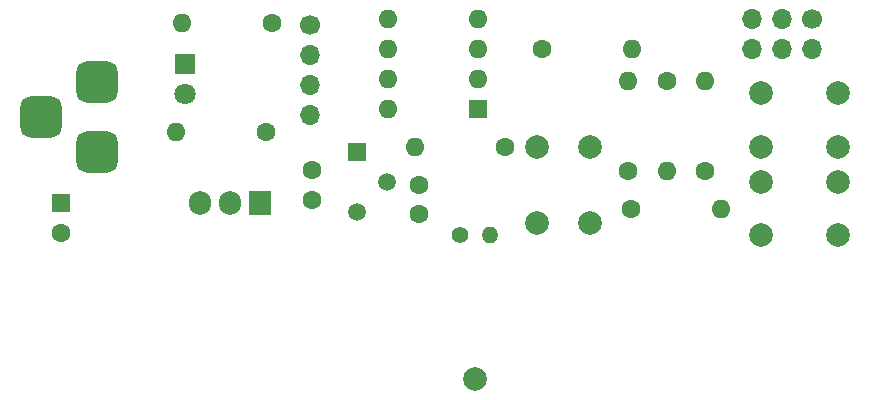
<source format=gbr>
%TF.GenerationSoftware,KiCad,Pcbnew,(6.0.8)*%
%TF.CreationDate,2022-11-08T19:15:38+01:00*%
%TF.ProjectId,50x70_tiny,35307837-305f-4746-996e-792e6b696361,rev?*%
%TF.SameCoordinates,Original*%
%TF.FileFunction,Soldermask,Bot*%
%TF.FilePolarity,Negative*%
%FSLAX46Y46*%
G04 Gerber Fmt 4.6, Leading zero omitted, Abs format (unit mm)*
G04 Created by KiCad (PCBNEW (6.0.8)) date 2022-11-08 19:15:38*
%MOMM*%
%LPD*%
G01*
G04 APERTURE LIST*
G04 Aperture macros list*
%AMRoundRect*
0 Rectangle with rounded corners*
0 $1 Rounding radius*
0 $2 $3 $4 $5 $6 $7 $8 $9 X,Y pos of 4 corners*
0 Add a 4 corners polygon primitive as box body*
4,1,4,$2,$3,$4,$5,$6,$7,$8,$9,$2,$3,0*
0 Add four circle primitives for the rounded corners*
1,1,$1+$1,$2,$3*
1,1,$1+$1,$4,$5*
1,1,$1+$1,$6,$7*
1,1,$1+$1,$8,$9*
0 Add four rect primitives between the rounded corners*
20,1,$1+$1,$2,$3,$4,$5,0*
20,1,$1+$1,$4,$5,$6,$7,0*
20,1,$1+$1,$6,$7,$8,$9,0*
20,1,$1+$1,$8,$9,$2,$3,0*%
G04 Aperture macros list end*
%ADD10RoundRect,0.875000X-0.875000X0.875000X-0.875000X-0.875000X0.875000X-0.875000X0.875000X0.875000X0*%
%ADD11C,1.600000*%
%ADD12O,1.700000X1.700000*%
%ADD13C,1.700000*%
%ADD14O,1.600000X1.600000*%
%ADD15R,1.500000X1.500000*%
%ADD16C,1.500000*%
%ADD17C,2.000000*%
%ADD18C,1.400000*%
%ADD19O,1.400000X1.400000*%
%ADD20R,1.800000X1.800000*%
%ADD21C,1.800000*%
%ADD22R,1.600000X1.600000*%
%ADD23R,1.905000X2.000000*%
%ADD24O,1.905000X2.000000*%
G04 APERTURE END LIST*
D10*
%TO.C,J1*%
X117500000Y-84500000D03*
X117500000Y-78500000D03*
X112800000Y-81500000D03*
%TD*%
D11*
%TO.C,C2*%
X144750000Y-87250000D03*
X144750000Y-89750000D03*
%TD*%
D12*
%TO.C,J3*%
X178025000Y-75765000D03*
D13*
X178025000Y-73225000D03*
D12*
X175485000Y-75765000D03*
X175485000Y-73225000D03*
X172945000Y-75765000D03*
X172945000Y-73225000D03*
%TD*%
D11*
%TO.C,R8*%
X152060000Y-84000000D03*
D14*
X144440000Y-84000000D03*
%TD*%
D15*
%TO.C,U2*%
X139480000Y-84460000D03*
D16*
X142020000Y-87000000D03*
X139480000Y-89540000D03*
%TD*%
D17*
%TO.C,SW3*%
X154750000Y-84000000D03*
X154750000Y-90500000D03*
X159250000Y-84000000D03*
X159250000Y-90500000D03*
%TD*%
D13*
%TO.C,J2*%
X135500000Y-73700000D03*
D12*
X135500000Y-76240000D03*
X135500000Y-78780000D03*
X135500000Y-81320000D03*
%TD*%
D18*
%TO.C,TH1*%
X148280000Y-91500000D03*
D19*
X150820000Y-91500000D03*
%TD*%
D11*
%TO.C,R4*%
X165750000Y-78440000D03*
D14*
X165750000Y-86060000D03*
%TD*%
D11*
%TO.C,R1*%
X131810000Y-82750000D03*
D14*
X124190000Y-82750000D03*
%TD*%
D11*
%TO.C,R6*%
X162500000Y-86060000D03*
D14*
X162500000Y-78440000D03*
%TD*%
D20*
%TO.C,D1*%
X125000000Y-77000000D03*
D21*
X125000000Y-79540000D03*
%TD*%
D17*
%TO.C,*%
X149500000Y-103650000D03*
%TD*%
D22*
%TO.C,U1*%
X149800000Y-80800000D03*
D14*
X149800000Y-78260000D03*
X149800000Y-75720000D03*
X149800000Y-73180000D03*
X142180000Y-73180000D03*
X142180000Y-75720000D03*
X142180000Y-78260000D03*
X142180000Y-80800000D03*
%TD*%
D23*
%TO.C,Q1*%
X131290000Y-88805000D03*
D24*
X128750000Y-88805000D03*
X126210000Y-88805000D03*
%TD*%
D17*
%TO.C,SW1*%
X173750000Y-84000000D03*
X180250000Y-84000000D03*
X173750000Y-79500000D03*
X180250000Y-79500000D03*
%TD*%
D22*
%TO.C,C3*%
X114500000Y-88817621D03*
D11*
X114500000Y-91317621D03*
%TD*%
%TO.C,R3*%
X169000000Y-86060000D03*
D14*
X169000000Y-78440000D03*
%TD*%
D11*
%TO.C,R5*%
X132310000Y-73500000D03*
D14*
X124690000Y-73500000D03*
%TD*%
D17*
%TO.C,SW2*%
X173750000Y-91500000D03*
X180250000Y-91500000D03*
X180250000Y-87000000D03*
X173750000Y-87000000D03*
%TD*%
D11*
%TO.C,R7*%
X155190000Y-75750000D03*
D14*
X162810000Y-75750000D03*
%TD*%
D11*
%TO.C,C1*%
X135750000Y-86000000D03*
X135750000Y-88500000D03*
%TD*%
%TO.C,R2*%
X162690000Y-89250000D03*
D14*
X170310000Y-89250000D03*
%TD*%
M02*

</source>
